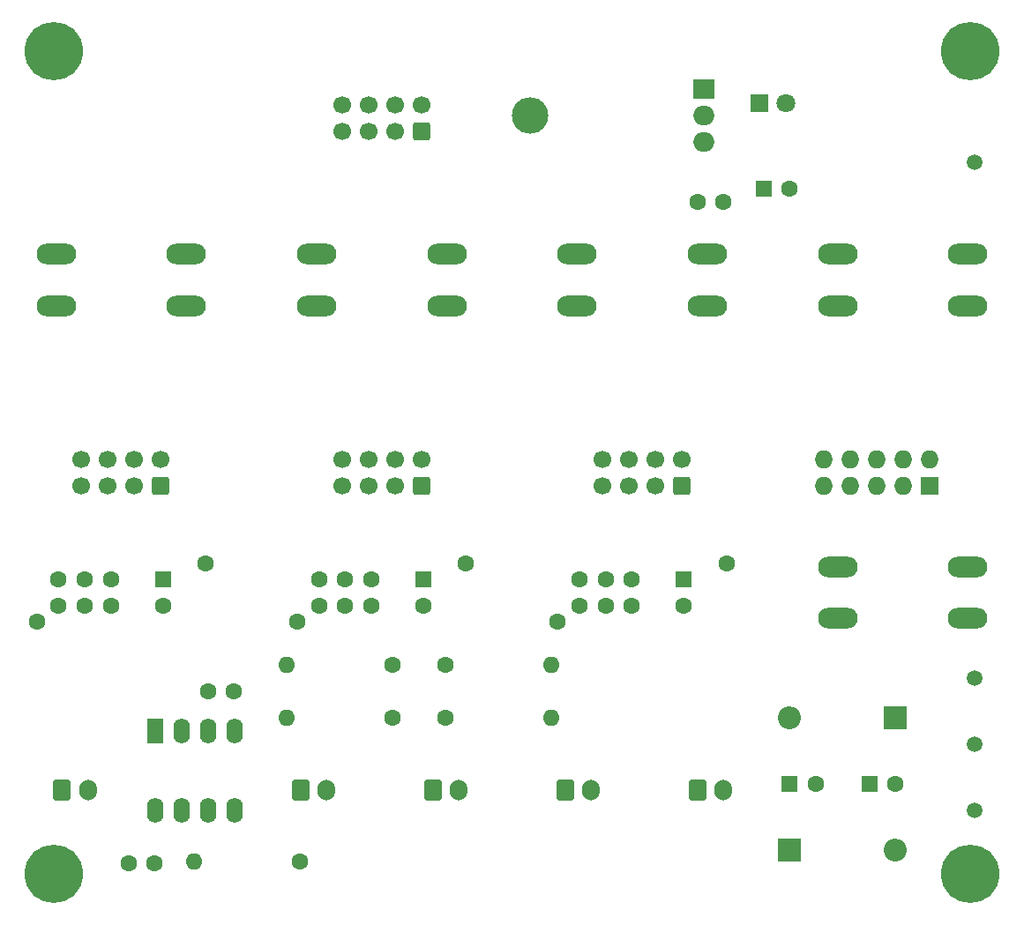
<source format=gbs>
%TF.GenerationSoftware,KiCad,Pcbnew,7.0.0-da2b9df05c~165~ubuntu22.04.1*%
%TF.CreationDate,2023-02-23T21:53:42-05:00*%
%TF.ProjectId,dso138,64736f31-3338-42e6-9b69-6361645f7063,rev?*%
%TF.SameCoordinates,Original*%
%TF.FileFunction,Soldermask,Bot*%
%TF.FilePolarity,Negative*%
%FSLAX46Y46*%
G04 Gerber Fmt 4.6, Leading zero omitted, Abs format (unit mm)*
G04 Created by KiCad (PCBNEW 7.0.0-da2b9df05c~165~ubuntu22.04.1) date 2023-02-23 21:53:42*
%MOMM*%
%LPD*%
G01*
G04 APERTURE LIST*
G04 Aperture macros list*
%AMRoundRect*
0 Rectangle with rounded corners*
0 $1 Rounding radius*
0 $2 $3 $4 $5 $6 $7 $8 $9 X,Y pos of 4 corners*
0 Add a 4 corners polygon primitive as box body*
4,1,4,$2,$3,$4,$5,$6,$7,$8,$9,$2,$3,0*
0 Add four circle primitives for the rounded corners*
1,1,$1+$1,$2,$3*
1,1,$1+$1,$4,$5*
1,1,$1+$1,$6,$7*
1,1,$1+$1,$8,$9*
0 Add four rect primitives between the rounded corners*
20,1,$1+$1,$2,$3,$4,$5,0*
20,1,$1+$1,$4,$5,$6,$7,0*
20,1,$1+$1,$6,$7,$8,$9,0*
20,1,$1+$1,$8,$9,$2,$3,0*%
G04 Aperture macros list end*
%ADD10C,5.600000*%
%ADD11C,1.500000*%
%ADD12O,3.810000X2.006600*%
%ADD13R,1.800000X1.800000*%
%ADD14C,1.800000*%
%ADD15C,1.600000*%
%ADD16R,1.600000X1.600000*%
%ADD17RoundRect,0.250000X0.600000X-0.600000X0.600000X0.600000X-0.600000X0.600000X-0.600000X-0.600000X0*%
%ADD18C,1.700000*%
%ADD19RoundRect,0.250000X-0.600000X-0.750000X0.600000X-0.750000X0.600000X0.750000X-0.600000X0.750000X0*%
%ADD20O,1.700000X2.000000*%
%ADD21O,3.500000X3.500000*%
%ADD22R,2.000000X1.905000*%
%ADD23O,2.000000X1.905000*%
%ADD24R,2.200000X2.200000*%
%ADD25O,2.200000X2.200000*%
%ADD26O,1.600000X1.600000*%
%ADD27R,1.600000X2.400000*%
%ADD28O,1.600000X2.400000*%
%ADD29R,1.727200X1.727200*%
%ADD30O,1.727200X1.727200*%
G04 APERTURE END LIST*
D10*
%TO.C,H4*%
X144000000Y-162000000D03*
%TD*%
%TO.C,H2*%
X144000000Y-83000000D03*
%TD*%
D11*
%TO.C,TP3*%
X144450000Y-155880000D03*
%TD*%
D12*
%TO.C,SW5*%
X106251599Y-102510799D03*
X118748399Y-102510799D03*
X106251599Y-107489199D03*
X118748399Y-107489199D03*
%TD*%
%TO.C,SW4*%
X56251599Y-102510799D03*
X68748399Y-102510799D03*
X56251599Y-107489199D03*
X68748399Y-107489199D03*
%TD*%
D13*
%TO.C,D3*%
X123743999Y-87999999D03*
D14*
X126284000Y-88000000D03*
%TD*%
D11*
%TO.C,TP4*%
X144450000Y-93650000D03*
%TD*%
D12*
%TO.C,SW6*%
X81251599Y-102510799D03*
X93748399Y-102510799D03*
X81251599Y-107489199D03*
X93748399Y-107489199D03*
%TD*%
D10*
%TO.C,H3*%
X56000000Y-162000000D03*
%TD*%
D15*
%TO.C,SW2*%
X95587800Y-132205400D03*
X79387800Y-137805400D03*
D16*
X91487799Y-133755399D03*
D15*
X86487800Y-133755400D03*
X83987800Y-133755400D03*
X81487800Y-133755400D03*
X91487800Y-136255400D03*
X86487800Y-136255400D03*
X83987800Y-136255400D03*
X81487800Y-136255400D03*
%TD*%
D11*
%TO.C,TP1*%
X144450000Y-143180000D03*
%TD*%
D15*
%TO.C,SW3*%
X120587800Y-132205400D03*
X104387800Y-137805400D03*
D16*
X116487799Y-133755399D03*
D15*
X111487800Y-133755400D03*
X108987800Y-133755400D03*
X106487800Y-133755400D03*
X116487800Y-136255400D03*
X111487800Y-136255400D03*
X108987800Y-136255400D03*
X106487800Y-136255400D03*
%TD*%
D10*
%TO.C,H1*%
X56000000Y-83000000D03*
%TD*%
D12*
%TO.C,SW7*%
X131251599Y-102510799D03*
X143748399Y-102510799D03*
X131251599Y-107489199D03*
X143748399Y-107489199D03*
%TD*%
D15*
%TO.C,SW1*%
X70587800Y-132205400D03*
X54387800Y-137805400D03*
D16*
X66487799Y-133755399D03*
D15*
X61487800Y-133755400D03*
X58987800Y-133755400D03*
X56487800Y-133755400D03*
X66487800Y-136255400D03*
X61487800Y-136255400D03*
X58987800Y-136255400D03*
X56487800Y-136255400D03*
%TD*%
D11*
%TO.C,TP2*%
X144450000Y-149530000D03*
%TD*%
D12*
%TO.C,SW8*%
X131251599Y-132510799D03*
X143748399Y-132510799D03*
X131251599Y-137489199D03*
X143748399Y-137489199D03*
%TD*%
D17*
%TO.C,J13*%
X91310000Y-90752500D03*
D18*
X91310000Y-88212500D03*
X88770000Y-90752500D03*
X88770000Y-88212500D03*
X86230000Y-90752500D03*
X86230000Y-88212500D03*
X83690000Y-90752500D03*
X83690000Y-88212500D03*
%TD*%
D19*
%TO.C,J7*%
X79720000Y-153975000D03*
D20*
X82219999Y-153974999D03*
%TD*%
D21*
%TO.C,U2*%
X101754999Y-89204999D03*
D22*
X118414999Y-86664999D03*
D23*
X118414999Y-89204999D03*
X118414999Y-91744999D03*
%TD*%
D24*
%TO.C,D2*%
X136829999Y-146989999D03*
D25*
X126669999Y-146989999D03*
%TD*%
D16*
%TO.C,C1*%
X134329999Y-153339999D03*
D15*
X136830000Y-153340000D03*
%TD*%
D19*
%TO.C,J6*%
X56820000Y-153975000D03*
D20*
X59319999Y-153974999D03*
%TD*%
D17*
%TO.C,J11*%
X91310000Y-124752500D03*
D18*
X91310000Y-122212500D03*
X88770000Y-124752500D03*
X88770000Y-122212500D03*
X86230000Y-124752500D03*
X86230000Y-122212500D03*
X83690000Y-124752500D03*
X83690000Y-122212500D03*
%TD*%
D17*
%TO.C,J12*%
X116310000Y-124752500D03*
D18*
X116310000Y-122212500D03*
X113770000Y-124752500D03*
X113770000Y-122212500D03*
X111230000Y-124752500D03*
X111230000Y-122212500D03*
X108690000Y-124752500D03*
X108690000Y-122212500D03*
%TD*%
D16*
%TO.C,C2*%
X126669999Y-153339999D03*
D15*
X129170000Y-153340000D03*
%TD*%
D19*
%TO.C,J8*%
X92420000Y-153975000D03*
D20*
X94919999Y-153974999D03*
%TD*%
D15*
%TO.C,R2*%
X88570000Y-141910000D03*
D26*
X78409999Y-141909999D03*
%TD*%
D15*
%TO.C,R5*%
X93650000Y-146990000D03*
D26*
X103809999Y-146989999D03*
%TD*%
D15*
%TO.C,R3*%
X88570000Y-146990000D03*
D26*
X78409999Y-146989999D03*
%TD*%
D24*
%TO.C,D1*%
X126669999Y-159689999D03*
D25*
X136829999Y-159689999D03*
%TD*%
D27*
%TO.C,U1*%
X65719999Y-148269999D03*
D28*
X68259999Y-148269999D03*
X70799999Y-148269999D03*
X73339999Y-148269999D03*
X73339999Y-155889999D03*
X70799999Y-155889999D03*
X68259999Y-155889999D03*
X65719999Y-155889999D03*
%TD*%
D16*
%TO.C,C5*%
X124169999Y-96189999D03*
D15*
X126670000Y-96190000D03*
%TD*%
%TO.C,C4*%
X70830000Y-144460000D03*
X73330000Y-144460000D03*
%TD*%
%TO.C,R4*%
X79680000Y-160833000D03*
D26*
X69519999Y-160832999D03*
%TD*%
D17*
%TO.C,J10*%
X66310000Y-124752500D03*
D18*
X66310000Y-122212500D03*
X63770000Y-124752500D03*
X63770000Y-122212500D03*
X61230000Y-124752500D03*
X61230000Y-122212500D03*
X58690000Y-124752500D03*
X58690000Y-122212500D03*
%TD*%
D29*
%TO.C,J20*%
X140079999Y-124769999D03*
D30*
X140079999Y-122229999D03*
X137539999Y-124769999D03*
X137539999Y-122229999D03*
X134999999Y-124769999D03*
X134999999Y-122229999D03*
X132459999Y-124769999D03*
X132459999Y-122229999D03*
X129919999Y-124769999D03*
X129919999Y-122229999D03*
%TD*%
D15*
%TO.C,C6*%
X120320000Y-97460000D03*
X117820000Y-97460000D03*
%TD*%
D19*
%TO.C,J14*%
X105120000Y-153975000D03*
D20*
X107619999Y-153974999D03*
%TD*%
D19*
%TO.C,J9*%
X117820000Y-153975000D03*
D20*
X120319999Y-153974999D03*
%TD*%
D15*
%TO.C,C3*%
X65710000Y-160960000D03*
X63210000Y-160960000D03*
%TD*%
%TO.C,R1*%
X93650000Y-141910000D03*
D26*
X103809999Y-141909999D03*
%TD*%
M02*

</source>
